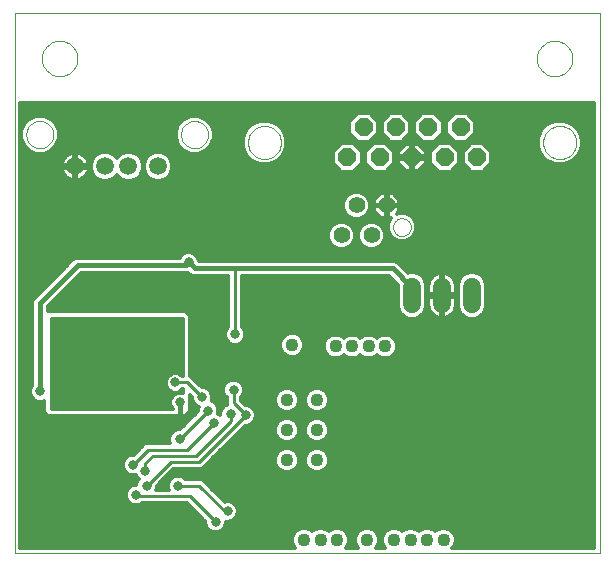
<source format=gbl>
G75*
G70*
%OFA0B0*%
%FSLAX24Y24*%
%IPPOS*%
%LPD*%
%AMOC8*
5,1,8,0,0,1.08239X$1,22.5*
%
%ADD10C,0.0000*%
%ADD11C,0.0436*%
%ADD12C,0.0554*%
%ADD13OC8,0.0600*%
%ADD14C,0.0594*%
%ADD15C,0.0594*%
%ADD16C,0.0160*%
%ADD17C,0.0318*%
%ADD18C,0.0120*%
%ADD19C,0.0100*%
D10*
X003579Y000900D02*
X003579Y018900D01*
X023079Y018900D01*
X023079Y000900D01*
X003579Y000900D01*
X016193Y011779D02*
X016195Y011813D01*
X016201Y011847D01*
X016211Y011880D01*
X016224Y011911D01*
X016242Y011941D01*
X016262Y011969D01*
X016286Y011994D01*
X016312Y012016D01*
X016340Y012034D01*
X016371Y012050D01*
X016403Y012062D01*
X016437Y012070D01*
X016471Y012074D01*
X016505Y012074D01*
X016539Y012070D01*
X016573Y012062D01*
X016605Y012050D01*
X016635Y012034D01*
X016664Y012016D01*
X016690Y011994D01*
X016714Y011969D01*
X016734Y011941D01*
X016752Y011911D01*
X016765Y011880D01*
X016775Y011847D01*
X016781Y011813D01*
X016783Y011779D01*
X016781Y011745D01*
X016775Y011711D01*
X016765Y011678D01*
X016752Y011647D01*
X016734Y011617D01*
X016714Y011589D01*
X016690Y011564D01*
X016664Y011542D01*
X016636Y011524D01*
X016605Y011508D01*
X016573Y011496D01*
X016539Y011488D01*
X016505Y011484D01*
X016471Y011484D01*
X016437Y011488D01*
X016403Y011496D01*
X016371Y011508D01*
X016340Y011524D01*
X016312Y011542D01*
X016286Y011564D01*
X016262Y011589D01*
X016242Y011617D01*
X016224Y011647D01*
X016211Y011678D01*
X016201Y011711D01*
X016195Y011745D01*
X016193Y011779D01*
X011357Y014600D02*
X011359Y014647D01*
X011365Y014693D01*
X011375Y014739D01*
X011388Y014784D01*
X011406Y014827D01*
X011427Y014869D01*
X011451Y014909D01*
X011479Y014946D01*
X011510Y014981D01*
X011544Y015014D01*
X011580Y015043D01*
X011619Y015069D01*
X011660Y015092D01*
X011703Y015111D01*
X011747Y015127D01*
X011792Y015139D01*
X011838Y015147D01*
X011885Y015151D01*
X011931Y015151D01*
X011978Y015147D01*
X012024Y015139D01*
X012069Y015127D01*
X012113Y015111D01*
X012156Y015092D01*
X012197Y015069D01*
X012236Y015043D01*
X012272Y015014D01*
X012306Y014981D01*
X012337Y014946D01*
X012365Y014909D01*
X012389Y014869D01*
X012410Y014827D01*
X012428Y014784D01*
X012441Y014739D01*
X012451Y014693D01*
X012457Y014647D01*
X012459Y014600D01*
X012457Y014553D01*
X012451Y014507D01*
X012441Y014461D01*
X012428Y014416D01*
X012410Y014373D01*
X012389Y014331D01*
X012365Y014291D01*
X012337Y014254D01*
X012306Y014219D01*
X012272Y014186D01*
X012236Y014157D01*
X012197Y014131D01*
X012156Y014108D01*
X012113Y014089D01*
X012069Y014073D01*
X012024Y014061D01*
X011978Y014053D01*
X011931Y014049D01*
X011885Y014049D01*
X011838Y014053D01*
X011792Y014061D01*
X011747Y014073D01*
X011703Y014089D01*
X011660Y014108D01*
X011619Y014131D01*
X011580Y014157D01*
X011544Y014186D01*
X011510Y014219D01*
X011479Y014254D01*
X011451Y014291D01*
X011427Y014331D01*
X011406Y014373D01*
X011388Y014416D01*
X011375Y014461D01*
X011365Y014507D01*
X011359Y014553D01*
X011357Y014600D01*
X009124Y014863D02*
X009126Y014905D01*
X009132Y014947D01*
X009142Y014989D01*
X009155Y015029D01*
X009173Y015068D01*
X009194Y015105D01*
X009218Y015139D01*
X009246Y015172D01*
X009276Y015202D01*
X009309Y015228D01*
X009344Y015252D01*
X009382Y015272D01*
X009421Y015288D01*
X009461Y015301D01*
X009503Y015310D01*
X009545Y015315D01*
X009588Y015316D01*
X009630Y015313D01*
X009672Y015306D01*
X009713Y015295D01*
X009753Y015280D01*
X009791Y015262D01*
X009828Y015240D01*
X009862Y015215D01*
X009894Y015187D01*
X009922Y015156D01*
X009948Y015122D01*
X009971Y015086D01*
X009990Y015049D01*
X010006Y015009D01*
X010018Y014968D01*
X010026Y014927D01*
X010030Y014884D01*
X010030Y014842D01*
X010026Y014799D01*
X010018Y014758D01*
X010006Y014717D01*
X009990Y014677D01*
X009971Y014640D01*
X009948Y014604D01*
X009922Y014570D01*
X009894Y014539D01*
X009862Y014511D01*
X009828Y014486D01*
X009791Y014464D01*
X009753Y014446D01*
X009713Y014431D01*
X009672Y014420D01*
X009630Y014413D01*
X009588Y014410D01*
X009545Y014411D01*
X009503Y014416D01*
X009461Y014425D01*
X009421Y014438D01*
X009382Y014454D01*
X009344Y014474D01*
X009309Y014498D01*
X009276Y014524D01*
X009246Y014554D01*
X009218Y014587D01*
X009194Y014621D01*
X009173Y014658D01*
X009155Y014697D01*
X009142Y014737D01*
X009132Y014779D01*
X009126Y014821D01*
X009124Y014863D01*
X004488Y017400D02*
X004490Y017448D01*
X004496Y017496D01*
X004506Y017543D01*
X004519Y017589D01*
X004537Y017634D01*
X004557Y017678D01*
X004582Y017720D01*
X004610Y017759D01*
X004640Y017796D01*
X004674Y017830D01*
X004711Y017862D01*
X004749Y017891D01*
X004790Y017916D01*
X004833Y017938D01*
X004878Y017956D01*
X004924Y017970D01*
X004971Y017981D01*
X005019Y017988D01*
X005067Y017991D01*
X005115Y017990D01*
X005163Y017985D01*
X005211Y017976D01*
X005257Y017964D01*
X005302Y017947D01*
X005346Y017927D01*
X005388Y017904D01*
X005428Y017877D01*
X005466Y017847D01*
X005501Y017814D01*
X005533Y017778D01*
X005563Y017740D01*
X005589Y017699D01*
X005611Y017656D01*
X005631Y017612D01*
X005646Y017567D01*
X005658Y017520D01*
X005666Y017472D01*
X005670Y017424D01*
X005670Y017376D01*
X005666Y017328D01*
X005658Y017280D01*
X005646Y017233D01*
X005631Y017188D01*
X005611Y017144D01*
X005589Y017101D01*
X005563Y017060D01*
X005533Y017022D01*
X005501Y016986D01*
X005466Y016953D01*
X005428Y016923D01*
X005388Y016896D01*
X005346Y016873D01*
X005302Y016853D01*
X005257Y016836D01*
X005211Y016824D01*
X005163Y016815D01*
X005115Y016810D01*
X005067Y016809D01*
X005019Y016812D01*
X004971Y016819D01*
X004924Y016830D01*
X004878Y016844D01*
X004833Y016862D01*
X004790Y016884D01*
X004749Y016909D01*
X004711Y016938D01*
X004674Y016970D01*
X004640Y017004D01*
X004610Y017041D01*
X004582Y017080D01*
X004557Y017122D01*
X004537Y017166D01*
X004519Y017211D01*
X004506Y017257D01*
X004496Y017304D01*
X004490Y017352D01*
X004488Y017400D01*
X003967Y014863D02*
X003969Y014905D01*
X003975Y014947D01*
X003985Y014989D01*
X003998Y015029D01*
X004016Y015068D01*
X004037Y015105D01*
X004061Y015139D01*
X004089Y015172D01*
X004119Y015202D01*
X004152Y015228D01*
X004187Y015252D01*
X004225Y015272D01*
X004264Y015288D01*
X004304Y015301D01*
X004346Y015310D01*
X004388Y015315D01*
X004431Y015316D01*
X004473Y015313D01*
X004515Y015306D01*
X004556Y015295D01*
X004596Y015280D01*
X004634Y015262D01*
X004671Y015240D01*
X004705Y015215D01*
X004737Y015187D01*
X004765Y015156D01*
X004791Y015122D01*
X004814Y015086D01*
X004833Y015049D01*
X004849Y015009D01*
X004861Y014968D01*
X004869Y014927D01*
X004873Y014884D01*
X004873Y014842D01*
X004869Y014799D01*
X004861Y014758D01*
X004849Y014717D01*
X004833Y014677D01*
X004814Y014640D01*
X004791Y014604D01*
X004765Y014570D01*
X004737Y014539D01*
X004705Y014511D01*
X004671Y014486D01*
X004634Y014464D01*
X004596Y014446D01*
X004556Y014431D01*
X004515Y014420D01*
X004473Y014413D01*
X004431Y014410D01*
X004388Y014411D01*
X004346Y014416D01*
X004304Y014425D01*
X004264Y014438D01*
X004225Y014454D01*
X004187Y014474D01*
X004152Y014498D01*
X004119Y014524D01*
X004089Y014554D01*
X004061Y014587D01*
X004037Y014621D01*
X004016Y014658D01*
X003998Y014697D01*
X003985Y014737D01*
X003975Y014779D01*
X003969Y014821D01*
X003967Y014863D01*
X021199Y014600D02*
X021201Y014647D01*
X021207Y014693D01*
X021217Y014739D01*
X021230Y014784D01*
X021248Y014827D01*
X021269Y014869D01*
X021293Y014909D01*
X021321Y014946D01*
X021352Y014981D01*
X021386Y015014D01*
X021422Y015043D01*
X021461Y015069D01*
X021502Y015092D01*
X021545Y015111D01*
X021589Y015127D01*
X021634Y015139D01*
X021680Y015147D01*
X021727Y015151D01*
X021773Y015151D01*
X021820Y015147D01*
X021866Y015139D01*
X021911Y015127D01*
X021955Y015111D01*
X021998Y015092D01*
X022039Y015069D01*
X022078Y015043D01*
X022114Y015014D01*
X022148Y014981D01*
X022179Y014946D01*
X022207Y014909D01*
X022231Y014869D01*
X022252Y014827D01*
X022270Y014784D01*
X022283Y014739D01*
X022293Y014693D01*
X022299Y014647D01*
X022301Y014600D01*
X022299Y014553D01*
X022293Y014507D01*
X022283Y014461D01*
X022270Y014416D01*
X022252Y014373D01*
X022231Y014331D01*
X022207Y014291D01*
X022179Y014254D01*
X022148Y014219D01*
X022114Y014186D01*
X022078Y014157D01*
X022039Y014131D01*
X021998Y014108D01*
X021955Y014089D01*
X021911Y014073D01*
X021866Y014061D01*
X021820Y014053D01*
X021773Y014049D01*
X021727Y014049D01*
X021680Y014053D01*
X021634Y014061D01*
X021589Y014073D01*
X021545Y014089D01*
X021502Y014108D01*
X021461Y014131D01*
X021422Y014157D01*
X021386Y014186D01*
X021352Y014219D01*
X021321Y014254D01*
X021293Y014291D01*
X021269Y014331D01*
X021248Y014373D01*
X021230Y014416D01*
X021217Y014461D01*
X021207Y014507D01*
X021201Y014553D01*
X021199Y014600D01*
X020988Y017400D02*
X020990Y017448D01*
X020996Y017496D01*
X021006Y017543D01*
X021019Y017589D01*
X021037Y017634D01*
X021057Y017678D01*
X021082Y017720D01*
X021110Y017759D01*
X021140Y017796D01*
X021174Y017830D01*
X021211Y017862D01*
X021249Y017891D01*
X021290Y017916D01*
X021333Y017938D01*
X021378Y017956D01*
X021424Y017970D01*
X021471Y017981D01*
X021519Y017988D01*
X021567Y017991D01*
X021615Y017990D01*
X021663Y017985D01*
X021711Y017976D01*
X021757Y017964D01*
X021802Y017947D01*
X021846Y017927D01*
X021888Y017904D01*
X021928Y017877D01*
X021966Y017847D01*
X022001Y017814D01*
X022033Y017778D01*
X022063Y017740D01*
X022089Y017699D01*
X022111Y017656D01*
X022131Y017612D01*
X022146Y017567D01*
X022158Y017520D01*
X022166Y017472D01*
X022170Y017424D01*
X022170Y017376D01*
X022166Y017328D01*
X022158Y017280D01*
X022146Y017233D01*
X022131Y017188D01*
X022111Y017144D01*
X022089Y017101D01*
X022063Y017060D01*
X022033Y017022D01*
X022001Y016986D01*
X021966Y016953D01*
X021928Y016923D01*
X021888Y016896D01*
X021846Y016873D01*
X021802Y016853D01*
X021757Y016836D01*
X021711Y016824D01*
X021663Y016815D01*
X021615Y016810D01*
X021567Y016809D01*
X021519Y016812D01*
X021471Y016819D01*
X021424Y016830D01*
X021378Y016844D01*
X021333Y016862D01*
X021290Y016884D01*
X021249Y016909D01*
X021211Y016938D01*
X021174Y016970D01*
X021140Y017004D01*
X021110Y017041D01*
X021082Y017080D01*
X021057Y017122D01*
X021037Y017166D01*
X021019Y017211D01*
X021006Y017257D01*
X020996Y017304D01*
X020990Y017352D01*
X020988Y017400D01*
D11*
X012829Y007850D03*
X014279Y007800D03*
X014829Y007800D03*
X015379Y007800D03*
X015929Y007800D03*
X013659Y006010D03*
X013659Y005010D03*
X013659Y004010D03*
X012659Y004010D03*
X012659Y005010D03*
X012659Y006010D03*
X013229Y001350D03*
X013779Y001350D03*
X014329Y001350D03*
X015329Y001350D03*
X016229Y001350D03*
X016779Y001350D03*
X017329Y001350D03*
X017879Y001350D03*
D12*
X015479Y011500D03*
X014479Y011500D03*
X014979Y012500D03*
X015979Y012500D03*
D13*
X015749Y014100D03*
X014669Y014100D03*
X015209Y015100D03*
X016289Y015100D03*
X017369Y015100D03*
X018449Y015100D03*
X018989Y014100D03*
X017909Y014100D03*
X016829Y014100D03*
D14*
X016829Y009797D02*
X016829Y009203D01*
X017829Y009203D02*
X017829Y009797D01*
X018829Y009797D02*
X018829Y009203D01*
D15*
X008357Y013800D03*
X007373Y013800D03*
X006585Y013800D03*
X005601Y013800D03*
D16*
X005679Y010500D02*
X009279Y010500D01*
X009379Y010600D01*
X009579Y010400D01*
X010879Y010400D01*
X016179Y010400D01*
X016829Y009750D01*
X016829Y009500D01*
X009079Y005950D02*
X009079Y005450D01*
X008629Y005000D01*
X008029Y005000D01*
X007579Y004550D01*
X007579Y004350D01*
X007529Y004300D01*
X004429Y006300D02*
X004429Y009250D01*
X005679Y010500D01*
D17*
X003979Y009350D03*
X006029Y008350D03*
X006029Y007900D03*
X006729Y007900D03*
X006729Y008350D03*
X006679Y007100D03*
X006679Y006650D03*
X006029Y006650D03*
X006029Y007100D03*
X004429Y006300D03*
X003879Y006300D03*
X004029Y005050D03*
X005379Y004450D03*
X005879Y005100D03*
X007529Y004300D03*
X007529Y003850D03*
X007929Y003650D03*
X007979Y003150D03*
X007629Y002850D03*
X009029Y003150D03*
X009579Y003600D03*
X009079Y004700D03*
X010029Y005650D03*
X010229Y005250D03*
X010779Y005550D03*
X011279Y005500D03*
X010879Y006350D03*
X010479Y006550D03*
X009829Y006100D03*
X009079Y005950D03*
X008929Y006600D03*
X008579Y007100D03*
X008579Y007550D03*
X008579Y008000D03*
X009929Y008300D03*
X010929Y008200D03*
X011779Y008050D03*
X014079Y009350D03*
X014979Y006600D03*
X014879Y003200D03*
X012629Y001350D03*
X010679Y002300D03*
X010279Y001950D03*
X010479Y001400D03*
X008829Y001400D03*
X006129Y002700D03*
X004229Y002800D03*
X003879Y001500D03*
X009379Y010600D03*
X010029Y013750D03*
X013529Y013850D03*
X017079Y013250D03*
X018829Y012700D03*
X019779Y011850D03*
X019779Y011450D03*
X019779Y011050D03*
X020179Y010600D03*
X020579Y010600D03*
X020979Y010600D03*
X019729Y008250D03*
X019929Y006450D03*
X022329Y008150D03*
X022579Y013500D03*
X020779Y002500D03*
X019279Y002550D03*
X022479Y001800D03*
X004729Y012450D03*
X004079Y013850D03*
D18*
X003759Y013817D02*
X005563Y013817D01*
X005563Y013838D02*
X005563Y013762D01*
X005639Y013762D01*
X005639Y013838D01*
X006057Y013838D01*
X006047Y013907D01*
X006024Y013975D01*
X005992Y014039D01*
X005949Y014098D01*
X005899Y014148D01*
X005840Y014191D01*
X005776Y014223D01*
X005708Y014246D01*
X005639Y014256D01*
X005639Y013838D01*
X005563Y013838D01*
X005145Y013838D01*
X005155Y013907D01*
X005178Y013975D01*
X005210Y014039D01*
X005253Y014098D01*
X005303Y014148D01*
X005362Y014191D01*
X005426Y014223D01*
X005494Y014246D01*
X005563Y014256D01*
X005563Y013838D01*
X005563Y013762D02*
X005145Y013762D01*
X005155Y013693D01*
X005178Y013625D01*
X005210Y013561D01*
X005253Y013502D01*
X005303Y013452D01*
X005362Y013409D01*
X005426Y013377D01*
X005494Y013354D01*
X005563Y013344D01*
X005563Y013762D01*
X005563Y013698D02*
X005639Y013698D01*
X005639Y013762D02*
X005639Y013344D01*
X005708Y013354D01*
X005776Y013377D01*
X005840Y013409D01*
X005899Y013452D01*
X005949Y013502D01*
X005992Y013561D01*
X006024Y013625D01*
X006047Y013693D01*
X006057Y013762D01*
X005639Y013762D01*
X005639Y013817D02*
X006108Y013817D01*
X006108Y013895D02*
X006108Y013705D01*
X006181Y013530D01*
X006315Y013396D01*
X006490Y013323D01*
X006680Y013323D01*
X006855Y013396D01*
X006979Y013519D01*
X007103Y013396D01*
X007278Y013323D01*
X007467Y013323D01*
X007643Y013396D01*
X007777Y013530D01*
X007849Y013705D01*
X007849Y013895D01*
X007777Y014070D01*
X007643Y014204D01*
X007467Y014277D01*
X007278Y014277D01*
X007103Y014204D01*
X006979Y014081D01*
X006855Y014204D01*
X006680Y014277D01*
X006490Y014277D01*
X006315Y014204D01*
X006181Y014070D01*
X006108Y013895D01*
X006125Y013935D02*
X006037Y013935D01*
X005981Y014054D02*
X006174Y014054D01*
X006283Y014172D02*
X005866Y014172D01*
X005639Y014172D02*
X005563Y014172D01*
X005563Y014054D02*
X005639Y014054D01*
X005639Y013935D02*
X005563Y013935D01*
X005563Y013580D02*
X005639Y013580D01*
X005639Y013461D02*
X005563Y013461D01*
X005294Y013461D02*
X003759Y013461D01*
X003759Y013343D02*
X006444Y013343D01*
X006250Y013461D02*
X005908Y013461D01*
X006001Y013580D02*
X006160Y013580D01*
X006111Y013698D02*
X006047Y013698D01*
X006727Y013343D02*
X007231Y013343D01*
X007037Y013461D02*
X006921Y013461D01*
X007514Y013343D02*
X008215Y013343D01*
X008262Y013323D02*
X008452Y013323D01*
X008627Y013396D01*
X008761Y013530D01*
X008834Y013705D01*
X008834Y013895D01*
X008761Y014070D01*
X008627Y014204D01*
X008452Y014277D01*
X008262Y014277D01*
X008087Y014204D01*
X007953Y014070D01*
X007880Y013895D01*
X007880Y013705D01*
X007953Y013530D01*
X008087Y013396D01*
X008262Y013323D01*
X008499Y013343D02*
X022899Y013343D01*
X022899Y013461D02*
X008692Y013461D01*
X008782Y013580D02*
X022899Y013580D01*
X022899Y013698D02*
X019266Y013698D01*
X019188Y013620D02*
X019469Y013901D01*
X019469Y014299D01*
X019188Y014580D01*
X018790Y014580D01*
X018509Y014299D01*
X018509Y013901D01*
X018790Y013620D01*
X019188Y013620D01*
X019384Y013817D02*
X022899Y013817D01*
X022899Y013935D02*
X022055Y013935D01*
X022164Y013980D02*
X022370Y014186D01*
X022481Y014455D01*
X022481Y014745D01*
X022370Y015014D01*
X022164Y015220D01*
X021896Y015331D01*
X021605Y015331D01*
X021336Y015220D01*
X021130Y015014D01*
X021019Y014745D01*
X021019Y014455D01*
X021130Y014186D01*
X021336Y013980D01*
X021605Y013869D01*
X021896Y013869D01*
X022164Y013980D01*
X022238Y014054D02*
X022899Y014054D01*
X022899Y014172D02*
X022356Y014172D01*
X022413Y014291D02*
X022899Y014291D01*
X022899Y014409D02*
X022463Y014409D01*
X022481Y014528D02*
X022899Y014528D01*
X022899Y014646D02*
X022481Y014646D01*
X022473Y014765D02*
X022899Y014765D01*
X022899Y014883D02*
X022424Y014883D01*
X022375Y015002D02*
X022899Y015002D01*
X022899Y015120D02*
X022264Y015120D01*
X022119Y015239D02*
X022899Y015239D01*
X022899Y015357D02*
X018871Y015357D01*
X018929Y015299D02*
X018648Y015580D01*
X018250Y015580D01*
X017969Y015299D01*
X017969Y014901D01*
X018250Y014620D01*
X018648Y014620D01*
X018929Y014901D01*
X018929Y015299D01*
X018929Y015239D02*
X021381Y015239D01*
X021236Y015120D02*
X018929Y015120D01*
X018929Y015002D02*
X021125Y015002D01*
X021076Y014883D02*
X018911Y014883D01*
X018792Y014765D02*
X021027Y014765D01*
X021019Y014646D02*
X018674Y014646D01*
X018738Y014528D02*
X018160Y014528D01*
X018108Y014580D02*
X017710Y014580D01*
X017429Y014299D01*
X017429Y013901D01*
X017710Y013620D01*
X018108Y013620D01*
X018389Y013901D01*
X018389Y014299D01*
X018108Y014580D01*
X018224Y014646D02*
X017594Y014646D01*
X017568Y014620D02*
X017849Y014901D01*
X017849Y015299D01*
X017568Y015580D01*
X017170Y015580D01*
X016889Y015299D01*
X016889Y014901D01*
X017170Y014620D01*
X017568Y014620D01*
X017658Y014528D02*
X017052Y014528D01*
X017019Y014560D02*
X016869Y014560D01*
X016869Y014140D01*
X017289Y014140D01*
X017289Y014291D01*
X017019Y014560D01*
X017144Y014646D02*
X016514Y014646D01*
X016488Y014620D02*
X016769Y014901D01*
X016769Y015299D01*
X016488Y015580D01*
X016090Y015580D01*
X015809Y015299D01*
X015809Y014901D01*
X016090Y014620D01*
X016488Y014620D01*
X016606Y014528D02*
X016000Y014528D01*
X015948Y014580D02*
X015550Y014580D01*
X015269Y014299D01*
X015269Y013901D01*
X015550Y013620D01*
X015948Y013620D01*
X016229Y013901D01*
X016229Y014299D01*
X015948Y014580D01*
X016064Y014646D02*
X015434Y014646D01*
X015408Y014620D02*
X015689Y014901D01*
X015689Y015299D01*
X015408Y015580D01*
X015010Y015580D01*
X014729Y015299D01*
X014729Y014901D01*
X015010Y014620D01*
X015408Y014620D01*
X015498Y014528D02*
X014920Y014528D01*
X014868Y014580D02*
X014470Y014580D01*
X014189Y014299D01*
X014189Y013901D01*
X014470Y013620D01*
X014868Y013620D01*
X015149Y013901D01*
X015149Y014299D01*
X014868Y014580D01*
X014984Y014646D02*
X012639Y014646D01*
X012639Y014745D02*
X012528Y015014D01*
X012322Y015220D01*
X012053Y015331D01*
X011762Y015331D01*
X011494Y015220D01*
X011288Y015014D01*
X011177Y014745D01*
X011177Y014455D01*
X011288Y014186D01*
X011494Y013980D01*
X011762Y013869D01*
X012053Y013869D01*
X012322Y013980D01*
X012528Y014186D01*
X012639Y014455D01*
X012639Y014745D01*
X012631Y014765D02*
X014866Y014765D01*
X014747Y014883D02*
X012582Y014883D01*
X012533Y015002D02*
X014729Y015002D01*
X014729Y015120D02*
X012422Y015120D01*
X012277Y015239D02*
X014729Y015239D01*
X014787Y015357D02*
X009978Y015357D01*
X009936Y015399D02*
X009703Y015496D01*
X009452Y015496D01*
X009219Y015399D01*
X009041Y015221D01*
X008945Y014989D01*
X008945Y014737D01*
X009041Y014505D01*
X009219Y014327D01*
X009452Y014230D01*
X009703Y014230D01*
X009936Y014327D01*
X010114Y014505D01*
X010210Y014737D01*
X010210Y014989D01*
X010114Y015221D01*
X009936Y015399D01*
X009752Y015476D02*
X014906Y015476D01*
X015512Y015476D02*
X015986Y015476D01*
X015867Y015357D02*
X015631Y015357D01*
X015689Y015239D02*
X015809Y015239D01*
X015809Y015120D02*
X015689Y015120D01*
X015689Y015002D02*
X015809Y015002D01*
X015827Y014883D02*
X015671Y014883D01*
X015552Y014765D02*
X015946Y014765D01*
X016119Y014409D02*
X016487Y014409D01*
X016369Y014291D02*
X016369Y014140D01*
X016789Y014140D01*
X016789Y014560D01*
X016638Y014560D01*
X016369Y014291D01*
X016229Y014291D01*
X016229Y014172D02*
X016369Y014172D01*
X016369Y014060D02*
X016369Y013909D01*
X016638Y013640D01*
X016789Y013640D01*
X016789Y014060D01*
X016869Y014060D01*
X016869Y014140D01*
X016789Y014140D01*
X016789Y014060D01*
X016369Y014060D01*
X016369Y014054D02*
X016229Y014054D01*
X016229Y013935D02*
X016369Y013935D01*
X016462Y013817D02*
X016144Y013817D01*
X016026Y013698D02*
X016580Y013698D01*
X016789Y013698D02*
X016869Y013698D01*
X016869Y013640D02*
X017019Y013640D01*
X017289Y013909D01*
X017289Y014060D01*
X016869Y014060D01*
X016869Y013640D01*
X016869Y013817D02*
X016789Y013817D01*
X016789Y013935D02*
X016869Y013935D01*
X016869Y014054D02*
X016789Y014054D01*
X016789Y014172D02*
X016869Y014172D01*
X016869Y014291D02*
X016789Y014291D01*
X016789Y014409D02*
X016869Y014409D01*
X016869Y014528D02*
X016789Y014528D01*
X016632Y014765D02*
X017026Y014765D01*
X016907Y014883D02*
X016751Y014883D01*
X016769Y015002D02*
X016889Y015002D01*
X016889Y015120D02*
X016769Y015120D01*
X016769Y015239D02*
X016889Y015239D01*
X016947Y015357D02*
X016711Y015357D01*
X016592Y015476D02*
X017066Y015476D01*
X017672Y015476D02*
X018146Y015476D01*
X018027Y015357D02*
X017791Y015357D01*
X017849Y015239D02*
X017969Y015239D01*
X017969Y015120D02*
X017849Y015120D01*
X017849Y015002D02*
X017969Y015002D01*
X017987Y014883D02*
X017831Y014883D01*
X017712Y014765D02*
X018106Y014765D01*
X018279Y014409D02*
X018619Y014409D01*
X018509Y014291D02*
X018389Y014291D01*
X018389Y014172D02*
X018509Y014172D01*
X018509Y014054D02*
X018389Y014054D01*
X018389Y013935D02*
X018509Y013935D01*
X018594Y013817D02*
X018304Y013817D01*
X018186Y013698D02*
X018712Y013698D01*
X019469Y013935D02*
X021445Y013935D01*
X021263Y014054D02*
X019469Y014054D01*
X019469Y014172D02*
X021144Y014172D01*
X021087Y014291D02*
X019469Y014291D01*
X019359Y014409D02*
X021038Y014409D01*
X021019Y014528D02*
X019240Y014528D01*
X018752Y015476D02*
X022899Y015476D01*
X022899Y015594D02*
X003759Y015594D01*
X003759Y015476D02*
X004245Y015476D01*
X004294Y015496D02*
X004061Y015399D01*
X003883Y015221D01*
X003787Y014989D01*
X003787Y014737D01*
X003883Y014505D01*
X004061Y014327D01*
X004294Y014230D01*
X004546Y014230D01*
X004778Y014327D01*
X004956Y014505D01*
X005053Y014737D01*
X005053Y014989D01*
X004956Y015221D01*
X004778Y015399D01*
X004546Y015496D01*
X004294Y015496D01*
X004019Y015357D02*
X003759Y015357D01*
X003759Y015239D02*
X003901Y015239D01*
X003841Y015120D02*
X003759Y015120D01*
X003759Y015002D02*
X003792Y015002D01*
X003787Y014883D02*
X003759Y014883D01*
X003759Y014765D02*
X003787Y014765D01*
X003759Y014646D02*
X003825Y014646D01*
X003874Y014528D02*
X003759Y014528D01*
X003759Y014409D02*
X003979Y014409D01*
X004148Y014291D02*
X003759Y014291D01*
X003759Y014172D02*
X005336Y014172D01*
X005220Y014054D02*
X003759Y014054D01*
X003759Y013935D02*
X005165Y013935D01*
X005155Y013698D02*
X003759Y013698D01*
X003759Y013580D02*
X005201Y013580D01*
X004691Y014291D02*
X009306Y014291D01*
X009136Y014409D02*
X004861Y014409D01*
X004966Y014528D02*
X009031Y014528D01*
X008982Y014646D02*
X005015Y014646D01*
X005053Y014765D02*
X008945Y014765D01*
X008945Y014883D02*
X005053Y014883D01*
X005047Y015002D02*
X008950Y015002D01*
X008999Y015120D02*
X004998Y015120D01*
X004939Y015239D02*
X009058Y015239D01*
X009177Y015357D02*
X004821Y015357D01*
X004595Y015476D02*
X009403Y015476D01*
X010097Y015239D02*
X011539Y015239D01*
X011394Y015120D02*
X010156Y015120D01*
X010205Y015002D02*
X011283Y015002D01*
X011233Y014883D02*
X010210Y014883D01*
X010210Y014765D02*
X011184Y014765D01*
X011177Y014646D02*
X010172Y014646D01*
X010123Y014528D02*
X011177Y014528D01*
X011195Y014409D02*
X010018Y014409D01*
X009849Y014291D02*
X011244Y014291D01*
X011302Y014172D02*
X008659Y014172D01*
X008768Y014054D02*
X011420Y014054D01*
X011602Y013935D02*
X008817Y013935D01*
X008834Y013817D02*
X014274Y013817D01*
X014189Y013935D02*
X012213Y013935D01*
X012395Y014054D02*
X014189Y014054D01*
X014189Y014172D02*
X012514Y014172D01*
X012571Y014291D02*
X014189Y014291D01*
X014299Y014409D02*
X012620Y014409D01*
X012639Y014528D02*
X014418Y014528D01*
X015039Y014409D02*
X015379Y014409D01*
X015269Y014291D02*
X015149Y014291D01*
X015149Y014172D02*
X015269Y014172D01*
X015269Y014054D02*
X015149Y014054D01*
X015149Y013935D02*
X015269Y013935D01*
X015354Y013817D02*
X015064Y013817D01*
X014946Y013698D02*
X015472Y013698D01*
X015070Y012957D02*
X014888Y012957D01*
X014720Y012888D01*
X014591Y012759D01*
X014522Y012591D01*
X014522Y012409D01*
X014591Y012241D01*
X014720Y012112D01*
X014888Y012043D01*
X015070Y012043D01*
X015238Y012112D01*
X015367Y012241D01*
X015436Y012409D01*
X015436Y012591D01*
X015367Y012759D01*
X015238Y012888D01*
X015070Y012957D01*
X015257Y012869D02*
X015742Y012869D01*
X015750Y012874D02*
X015694Y012833D01*
X015645Y012785D01*
X015605Y012729D01*
X015574Y012668D01*
X015553Y012602D01*
X015542Y012534D01*
X015542Y012529D01*
X015950Y012529D01*
X015950Y012937D01*
X015945Y012937D01*
X015877Y012926D01*
X015811Y012905D01*
X015750Y012874D01*
X015620Y012750D02*
X015370Y012750D01*
X015419Y012632D02*
X015562Y012632D01*
X015542Y012471D02*
X015542Y012466D01*
X015553Y012398D01*
X015574Y012332D01*
X015605Y012271D01*
X015645Y012215D01*
X015694Y012167D01*
X015750Y012126D01*
X015811Y012095D01*
X015877Y012074D01*
X015945Y012063D01*
X015950Y012063D01*
X015950Y012471D01*
X016008Y012471D01*
X016008Y012529D01*
X016416Y012529D01*
X016416Y012534D01*
X016405Y012602D01*
X016384Y012668D01*
X016353Y012729D01*
X016312Y012785D01*
X016264Y012833D01*
X016208Y012874D01*
X016147Y012905D01*
X016081Y012926D01*
X016013Y012937D01*
X016008Y012937D01*
X016008Y012529D01*
X015950Y012529D01*
X015950Y012471D01*
X015542Y012471D01*
X015554Y012395D02*
X015430Y012395D01*
X015436Y012513D02*
X015950Y012513D01*
X016008Y012513D02*
X022899Y012513D01*
X022899Y012395D02*
X016404Y012395D01*
X016405Y012398D02*
X016416Y012466D01*
X016416Y012471D01*
X016008Y012471D01*
X016008Y012063D01*
X016013Y012063D01*
X016081Y012074D01*
X016125Y012088D01*
X016085Y012048D01*
X016013Y011873D01*
X016013Y011684D01*
X016085Y011510D01*
X016219Y011376D01*
X016394Y011303D01*
X016583Y011303D01*
X016758Y011376D01*
X016891Y011510D01*
X016964Y011684D01*
X016964Y011873D01*
X016891Y012048D01*
X016758Y012182D01*
X016583Y012254D01*
X016394Y012254D01*
X016318Y012223D01*
X016353Y012271D01*
X016384Y012332D01*
X016405Y012398D01*
X016355Y012276D02*
X022899Y012276D01*
X022899Y012158D02*
X016782Y012158D01*
X016895Y012039D02*
X022899Y012039D01*
X022899Y011921D02*
X016944Y011921D01*
X016964Y011802D02*
X022899Y011802D01*
X022899Y011684D02*
X016963Y011684D01*
X016914Y011565D02*
X022899Y011565D01*
X022899Y011447D02*
X016828Y011447D01*
X016642Y011328D02*
X022899Y011328D01*
X022899Y011210D02*
X015835Y011210D01*
X015867Y011241D02*
X015936Y011409D01*
X015936Y011591D01*
X015867Y011759D01*
X015738Y011888D01*
X015570Y011957D01*
X015388Y011957D01*
X015220Y011888D01*
X015091Y011759D01*
X015022Y011591D01*
X015022Y011409D01*
X015091Y011241D01*
X015220Y011112D01*
X015388Y011043D01*
X015570Y011043D01*
X015738Y011112D01*
X015867Y011241D01*
X015903Y011328D02*
X016334Y011328D01*
X016148Y011447D02*
X015936Y011447D01*
X015936Y011565D02*
X016062Y011565D01*
X016013Y011684D02*
X015898Y011684D01*
X015823Y011802D02*
X016013Y011802D01*
X016033Y011921D02*
X015658Y011921D01*
X015707Y012158D02*
X015283Y012158D01*
X015381Y012276D02*
X015602Y012276D01*
X015950Y012276D02*
X016008Y012276D01*
X016008Y012158D02*
X015950Y012158D01*
X016082Y012039D02*
X003759Y012039D01*
X003759Y011921D02*
X014300Y011921D01*
X014220Y011888D02*
X014091Y011759D01*
X014022Y011591D01*
X014022Y011409D01*
X014091Y011241D01*
X014220Y011112D01*
X014388Y011043D01*
X014570Y011043D01*
X014738Y011112D01*
X014867Y011241D01*
X014936Y011409D01*
X014936Y011591D01*
X014867Y011759D01*
X014738Y011888D01*
X014570Y011957D01*
X014388Y011957D01*
X014220Y011888D01*
X014134Y011802D02*
X003759Y011802D01*
X003759Y011684D02*
X014060Y011684D01*
X014022Y011565D02*
X003759Y011565D01*
X003759Y011447D02*
X014022Y011447D01*
X014055Y011328D02*
X003759Y011328D01*
X003759Y011210D02*
X014123Y011210D01*
X014272Y011091D02*
X003759Y011091D01*
X003759Y010973D02*
X022899Y010973D01*
X022899Y011091D02*
X015686Y011091D01*
X015272Y011091D02*
X014686Y011091D01*
X014835Y011210D02*
X015123Y011210D01*
X015055Y011328D02*
X014903Y011328D01*
X014936Y011447D02*
X015022Y011447D01*
X015022Y011565D02*
X014936Y011565D01*
X014898Y011684D02*
X015060Y011684D01*
X015134Y011802D02*
X014823Y011802D01*
X014658Y011921D02*
X015300Y011921D01*
X014675Y012158D02*
X003759Y012158D01*
X003759Y012276D02*
X014577Y012276D01*
X014528Y012395D02*
X003759Y012395D01*
X003759Y012513D02*
X014522Y012513D01*
X014539Y012632D02*
X003759Y012632D01*
X003759Y012750D02*
X014588Y012750D01*
X014701Y012869D02*
X003759Y012869D01*
X003759Y012987D02*
X022899Y012987D01*
X022899Y012869D02*
X016215Y012869D01*
X016338Y012750D02*
X022899Y012750D01*
X022899Y012632D02*
X016396Y012632D01*
X016008Y012632D02*
X015950Y012632D01*
X015950Y012750D02*
X016008Y012750D01*
X016008Y012869D02*
X015950Y012869D01*
X015950Y012395D02*
X016008Y012395D01*
X017078Y013698D02*
X017632Y013698D01*
X017514Y013817D02*
X017196Y013817D01*
X017289Y013935D02*
X017429Y013935D01*
X017429Y014054D02*
X017289Y014054D01*
X017289Y014172D02*
X017429Y014172D01*
X017429Y014291D02*
X017289Y014291D01*
X017170Y014409D02*
X017539Y014409D01*
X014392Y013698D02*
X008831Y013698D01*
X008022Y013461D02*
X007708Y013461D01*
X007797Y013580D02*
X007932Y013580D01*
X007883Y013698D02*
X007847Y013698D01*
X007849Y013817D02*
X007880Y013817D01*
X007897Y013935D02*
X007833Y013935D01*
X007784Y014054D02*
X007946Y014054D01*
X008055Y014172D02*
X007675Y014172D01*
X007070Y014172D02*
X006888Y014172D01*
X003759Y013224D02*
X022899Y013224D01*
X022899Y013106D02*
X003759Y013106D01*
X003759Y010854D02*
X009153Y010854D01*
X009187Y010887D02*
X009092Y010792D01*
X009078Y010760D01*
X005627Y010760D01*
X005532Y010720D01*
X005459Y010647D01*
X004209Y009397D01*
X004169Y009302D01*
X004169Y006519D01*
X004142Y006492D01*
X004090Y006367D01*
X004090Y006233D01*
X004142Y006108D01*
X004237Y006013D01*
X004362Y005961D01*
X004496Y005961D01*
X004549Y005983D01*
X004549Y005605D01*
X004684Y005470D01*
X009274Y005470D01*
X009409Y005605D01*
X009409Y006195D01*
X009490Y006114D01*
X009490Y006033D01*
X009542Y005908D01*
X009637Y005813D01*
X009716Y005780D01*
X009690Y005717D01*
X009690Y005636D01*
X009093Y005039D01*
X009012Y005039D01*
X008887Y004987D01*
X008792Y004892D01*
X008740Y004767D01*
X008740Y004633D01*
X008762Y004580D01*
X007934Y004580D01*
X007799Y004445D01*
X007543Y004189D01*
X007462Y004189D01*
X007337Y004137D01*
X007242Y004042D01*
X007190Y003917D01*
X007190Y003783D01*
X007242Y003658D01*
X007337Y003563D01*
X007462Y003511D01*
X007596Y003511D01*
X007616Y003519D01*
X007642Y003458D01*
X007724Y003375D01*
X007692Y003342D01*
X007640Y003217D01*
X007640Y003189D01*
X007562Y003189D01*
X007437Y003137D01*
X007342Y003042D01*
X007290Y002917D01*
X007290Y002783D01*
X007342Y002658D01*
X007437Y002563D01*
X007562Y002511D01*
X007696Y002511D01*
X007821Y002563D01*
X007828Y002570D01*
X009334Y002570D01*
X009940Y001964D01*
X009940Y001883D01*
X009992Y001758D01*
X010087Y001663D01*
X010212Y001611D01*
X010346Y001611D01*
X010471Y001663D01*
X010566Y001758D01*
X010618Y001883D01*
X010618Y001961D01*
X010746Y001961D01*
X010871Y002013D01*
X010966Y002108D01*
X011018Y002233D01*
X011018Y002367D01*
X010966Y002492D01*
X010871Y002587D01*
X010746Y002639D01*
X010612Y002639D01*
X010579Y002625D01*
X009824Y003380D01*
X009278Y003380D01*
X009221Y003437D01*
X009096Y003489D01*
X008962Y003489D01*
X008837Y003437D01*
X008742Y003342D01*
X008690Y003217D01*
X008690Y003083D01*
X008712Y003030D01*
X008296Y003030D01*
X008318Y003083D01*
X008318Y003164D01*
X008874Y003720D01*
X009824Y003720D01*
X011265Y005161D01*
X011346Y005161D01*
X011471Y005213D01*
X011566Y005308D01*
X011618Y005433D01*
X011618Y005567D01*
X011566Y005692D01*
X011471Y005787D01*
X011346Y005839D01*
X011265Y005839D01*
X011109Y005995D01*
X011109Y006101D01*
X011166Y006158D01*
X011218Y006283D01*
X011218Y006417D01*
X011166Y006542D01*
X011071Y006637D01*
X010946Y006689D01*
X010812Y006689D01*
X010687Y006637D01*
X010592Y006542D01*
X010540Y006417D01*
X010540Y006283D01*
X010592Y006158D01*
X010649Y006101D01*
X010649Y005863D01*
X010587Y005837D01*
X010492Y005742D01*
X010440Y005617D01*
X010440Y005519D01*
X010421Y005537D01*
X010360Y005563D01*
X010368Y005583D01*
X010368Y005717D01*
X010316Y005842D01*
X010221Y005937D01*
X010142Y005970D01*
X010168Y006033D01*
X010168Y006167D01*
X010116Y006292D01*
X010021Y006387D01*
X009896Y006439D01*
X009815Y006439D01*
X009424Y006830D01*
X009409Y006830D01*
X009409Y008845D01*
X009274Y008980D01*
X004689Y008980D01*
X004689Y009142D01*
X005787Y010240D01*
X009331Y010240D01*
X009359Y010252D01*
X009432Y010180D01*
X009527Y010140D01*
X010699Y010140D01*
X010699Y008449D01*
X010642Y008392D01*
X010590Y008267D01*
X010590Y008133D01*
X010642Y008008D01*
X010737Y007913D01*
X010862Y007861D01*
X010996Y007861D01*
X011121Y007913D01*
X011216Y008008D01*
X011268Y008133D01*
X011268Y008267D01*
X011216Y008392D01*
X011159Y008449D01*
X011159Y010140D01*
X016071Y010140D01*
X016352Y009859D01*
X016352Y009108D01*
X016425Y008933D01*
X016559Y008799D01*
X016734Y008726D01*
X016924Y008726D01*
X017099Y008799D01*
X017233Y008933D01*
X017306Y009108D01*
X017306Y009892D01*
X017233Y010067D01*
X017099Y010201D01*
X016924Y010274D01*
X016734Y010274D01*
X016691Y010256D01*
X016399Y010547D01*
X016326Y010620D01*
X016231Y010660D01*
X009718Y010660D01*
X009718Y010667D01*
X009666Y010792D01*
X009571Y010887D01*
X009446Y010939D01*
X009312Y010939D01*
X009187Y010887D01*
X009604Y010854D02*
X022899Y010854D01*
X022899Y010736D02*
X009690Y010736D01*
X009520Y010143D02*
X005690Y010143D01*
X005571Y010025D02*
X010699Y010025D01*
X010699Y009906D02*
X005453Y009906D01*
X005334Y009788D02*
X010699Y009788D01*
X010699Y009669D02*
X005216Y009669D01*
X005097Y009551D02*
X010699Y009551D01*
X010699Y009432D02*
X004979Y009432D01*
X004860Y009314D02*
X010699Y009314D01*
X010699Y009195D02*
X004742Y009195D01*
X004689Y009077D02*
X010699Y009077D01*
X010699Y008958D02*
X009296Y008958D01*
X009409Y008840D02*
X010699Y008840D01*
X010699Y008721D02*
X009409Y008721D01*
X009409Y008603D02*
X010699Y008603D01*
X010699Y008484D02*
X009409Y008484D01*
X009409Y008366D02*
X010631Y008366D01*
X010590Y008247D02*
X009409Y008247D01*
X009409Y008129D02*
X010592Y008129D01*
X010641Y008010D02*
X009409Y008010D01*
X009409Y007892D02*
X010788Y007892D01*
X011070Y007892D02*
X012431Y007892D01*
X012431Y007929D02*
X012431Y007771D01*
X012491Y007624D01*
X012603Y007512D01*
X012750Y007452D01*
X012908Y007452D01*
X013054Y007512D01*
X013166Y007624D01*
X013227Y007771D01*
X013227Y007929D01*
X013166Y008076D01*
X013054Y008188D01*
X012908Y008248D01*
X012750Y008248D01*
X012603Y008188D01*
X012491Y008076D01*
X012431Y007929D01*
X012464Y008010D02*
X011217Y008010D01*
X011266Y008129D02*
X012544Y008129D01*
X012747Y008247D02*
X011268Y008247D01*
X011227Y008366D02*
X022899Y008366D01*
X022899Y008484D02*
X011159Y008484D01*
X011159Y008603D02*
X022899Y008603D01*
X022899Y008721D02*
X011159Y008721D01*
X011159Y008840D02*
X016518Y008840D01*
X016414Y008958D02*
X011159Y008958D01*
X011159Y009077D02*
X016365Y009077D01*
X016352Y009195D02*
X011159Y009195D01*
X011159Y009314D02*
X016352Y009314D01*
X016352Y009432D02*
X011159Y009432D01*
X011159Y009551D02*
X016352Y009551D01*
X016352Y009669D02*
X011159Y009669D01*
X011159Y009788D02*
X016352Y009788D01*
X016305Y009906D02*
X011159Y009906D01*
X011159Y010025D02*
X016187Y010025D01*
X016567Y010380D02*
X022899Y010380D01*
X022899Y010262D02*
X018953Y010262D01*
X018924Y010274D02*
X019099Y010201D01*
X019233Y010067D01*
X019306Y009892D01*
X019306Y009108D01*
X019233Y008933D01*
X019099Y008799D01*
X018924Y008726D01*
X018734Y008726D01*
X018559Y008799D01*
X018425Y008933D01*
X018352Y009108D01*
X018352Y009892D01*
X018425Y010067D01*
X018559Y010201D01*
X018734Y010274D01*
X018924Y010274D01*
X018705Y010262D02*
X016953Y010262D01*
X017157Y010143D02*
X017529Y010143D01*
X017531Y010145D02*
X017480Y010094D01*
X017438Y010036D01*
X017406Y009972D01*
X017383Y009904D01*
X017372Y009833D01*
X017372Y009538D01*
X017791Y009538D01*
X017791Y009462D01*
X017372Y009462D01*
X017372Y009167D01*
X017383Y009096D01*
X017406Y009028D01*
X017438Y008964D01*
X017480Y008906D01*
X017531Y008855D01*
X017590Y008812D01*
X017654Y008780D01*
X017722Y008758D01*
X017791Y008747D01*
X017791Y009462D01*
X017867Y009462D01*
X017867Y008747D01*
X017936Y008758D01*
X018004Y008780D01*
X018068Y008812D01*
X018127Y008855D01*
X018177Y008906D01*
X018220Y008964D01*
X018252Y009028D01*
X018275Y009096D01*
X018286Y009167D01*
X018286Y009462D01*
X017867Y009462D01*
X017867Y009538D01*
X018286Y009538D01*
X018286Y009833D01*
X018275Y009904D01*
X018252Y009972D01*
X018220Y010036D01*
X018177Y010094D01*
X018127Y010145D01*
X018068Y010188D01*
X018004Y010220D01*
X017936Y010242D01*
X017867Y010253D01*
X017867Y009538D01*
X017791Y009538D01*
X017791Y010253D01*
X017722Y010242D01*
X017654Y010220D01*
X017590Y010188D01*
X017531Y010145D01*
X017432Y010025D02*
X017251Y010025D01*
X017300Y009906D02*
X017384Y009906D01*
X017372Y009788D02*
X017306Y009788D01*
X017306Y009669D02*
X017372Y009669D01*
X017372Y009551D02*
X017306Y009551D01*
X017306Y009432D02*
X017372Y009432D01*
X017372Y009314D02*
X017306Y009314D01*
X017306Y009195D02*
X017372Y009195D01*
X017390Y009077D02*
X017293Y009077D01*
X017244Y008958D02*
X017442Y008958D01*
X017552Y008840D02*
X017140Y008840D01*
X017791Y008840D02*
X017867Y008840D01*
X017867Y008958D02*
X017791Y008958D01*
X017791Y009077D02*
X017867Y009077D01*
X017867Y009195D02*
X017791Y009195D01*
X017791Y009314D02*
X017867Y009314D01*
X017867Y009432D02*
X017791Y009432D01*
X017791Y009551D02*
X017867Y009551D01*
X017867Y009669D02*
X017791Y009669D01*
X017791Y009788D02*
X017867Y009788D01*
X017867Y009906D02*
X017791Y009906D01*
X017791Y010025D02*
X017867Y010025D01*
X017867Y010143D02*
X017791Y010143D01*
X018129Y010143D02*
X018501Y010143D01*
X018407Y010025D02*
X018226Y010025D01*
X018274Y009906D02*
X018358Y009906D01*
X018352Y009788D02*
X018286Y009788D01*
X018286Y009669D02*
X018352Y009669D01*
X018352Y009551D02*
X018286Y009551D01*
X018286Y009432D02*
X018352Y009432D01*
X018352Y009314D02*
X018286Y009314D01*
X018286Y009195D02*
X018352Y009195D01*
X018365Y009077D02*
X018268Y009077D01*
X018216Y008958D02*
X018414Y008958D01*
X018518Y008840D02*
X018106Y008840D01*
X019140Y008840D02*
X022899Y008840D01*
X022899Y008958D02*
X019244Y008958D01*
X019293Y009077D02*
X022899Y009077D01*
X022899Y009195D02*
X019306Y009195D01*
X019306Y009314D02*
X022899Y009314D01*
X022899Y009432D02*
X019306Y009432D01*
X019306Y009551D02*
X022899Y009551D01*
X022899Y009669D02*
X019306Y009669D01*
X019306Y009788D02*
X022899Y009788D01*
X022899Y009906D02*
X019300Y009906D01*
X019251Y010025D02*
X022899Y010025D01*
X022899Y010143D02*
X019157Y010143D01*
X016705Y010262D02*
X016685Y010262D01*
X016448Y010499D02*
X022899Y010499D01*
X022899Y010617D02*
X016330Y010617D01*
X016008Y008198D02*
X015850Y008198D01*
X015703Y008138D01*
X015654Y008088D01*
X015604Y008138D01*
X015458Y008198D01*
X015300Y008198D01*
X015153Y008138D01*
X015104Y008088D01*
X015054Y008138D01*
X014908Y008198D01*
X014750Y008198D01*
X014603Y008138D01*
X014554Y008088D01*
X014504Y008138D01*
X014358Y008198D01*
X014200Y008198D01*
X014053Y008138D01*
X013941Y008026D01*
X013881Y007879D01*
X013881Y007721D01*
X013941Y007574D01*
X014053Y007462D01*
X014200Y007402D01*
X014358Y007402D01*
X014504Y007462D01*
X014554Y007512D01*
X014603Y007462D01*
X014750Y007402D01*
X014908Y007402D01*
X015054Y007462D01*
X015104Y007512D01*
X015153Y007462D01*
X015300Y007402D01*
X015458Y007402D01*
X015604Y007462D01*
X015654Y007512D01*
X015703Y007462D01*
X015850Y007402D01*
X016008Y007402D01*
X016154Y007462D01*
X016266Y007574D01*
X016327Y007721D01*
X016327Y007879D01*
X016266Y008026D01*
X016154Y008138D01*
X016008Y008198D01*
X016163Y008129D02*
X022899Y008129D01*
X022899Y008247D02*
X012911Y008247D01*
X013113Y008129D02*
X014044Y008129D01*
X013935Y008010D02*
X013194Y008010D01*
X013227Y007892D02*
X013886Y007892D01*
X013881Y007773D02*
X013227Y007773D01*
X013179Y007655D02*
X013908Y007655D01*
X013980Y007536D02*
X013078Y007536D01*
X012580Y007536D02*
X009409Y007536D01*
X009409Y007418D02*
X014162Y007418D01*
X014396Y007418D02*
X014712Y007418D01*
X014946Y007418D02*
X015262Y007418D01*
X015496Y007418D02*
X015812Y007418D01*
X016046Y007418D02*
X022899Y007418D01*
X022899Y007536D02*
X016228Y007536D01*
X016300Y007655D02*
X022899Y007655D01*
X022899Y007773D02*
X016327Y007773D01*
X016322Y007892D02*
X022899Y007892D01*
X022899Y008010D02*
X016273Y008010D01*
X015694Y008129D02*
X015613Y008129D01*
X015144Y008129D02*
X015063Y008129D01*
X014594Y008129D02*
X014513Y008129D01*
X013738Y006408D02*
X013580Y006408D01*
X013433Y006348D01*
X013321Y006236D01*
X013261Y006089D01*
X013261Y005931D01*
X013321Y005784D01*
X013433Y005672D01*
X013580Y005612D01*
X013738Y005612D01*
X013884Y005672D01*
X013996Y005784D01*
X014057Y005931D01*
X014057Y006089D01*
X013996Y006236D01*
X013884Y006348D01*
X013738Y006408D01*
X013876Y006351D02*
X022899Y006351D01*
X022899Y006233D02*
X013998Y006233D01*
X014047Y006114D02*
X022899Y006114D01*
X022899Y005996D02*
X014057Y005996D01*
X014035Y005877D02*
X022899Y005877D01*
X022899Y005759D02*
X013970Y005759D01*
X013806Y005640D02*
X022899Y005640D01*
X022899Y005522D02*
X011618Y005522D01*
X011606Y005403D02*
X012567Y005403D01*
X012580Y005408D02*
X012433Y005348D01*
X012321Y005236D01*
X012261Y005089D01*
X012261Y004931D01*
X012321Y004784D01*
X012433Y004672D01*
X012580Y004612D01*
X012738Y004612D01*
X012884Y004672D01*
X012996Y004784D01*
X013057Y004931D01*
X013057Y005089D01*
X012996Y005236D01*
X012884Y005348D01*
X012738Y005408D01*
X012580Y005408D01*
X012750Y005403D02*
X013567Y005403D01*
X013580Y005408D02*
X013433Y005348D01*
X013321Y005236D01*
X013261Y005089D01*
X013261Y004931D01*
X013321Y004784D01*
X013433Y004672D01*
X013580Y004612D01*
X013738Y004612D01*
X013884Y004672D01*
X013996Y004784D01*
X014057Y004931D01*
X014057Y005089D01*
X013996Y005236D01*
X013884Y005348D01*
X013738Y005408D01*
X013580Y005408D01*
X013750Y005403D02*
X022899Y005403D01*
X022899Y005285D02*
X013947Y005285D01*
X014025Y005166D02*
X022899Y005166D01*
X022899Y005048D02*
X014057Y005048D01*
X014056Y004929D02*
X022899Y004929D01*
X022899Y004811D02*
X014007Y004811D01*
X013904Y004692D02*
X022899Y004692D01*
X022899Y004574D02*
X010678Y004574D01*
X010796Y004692D02*
X012414Y004692D01*
X012311Y004811D02*
X010915Y004811D01*
X011033Y004929D02*
X012262Y004929D01*
X012261Y005048D02*
X011152Y005048D01*
X011359Y005166D02*
X012293Y005166D01*
X012370Y005285D02*
X011543Y005285D01*
X011588Y005640D02*
X012512Y005640D01*
X012580Y005612D02*
X012738Y005612D01*
X012884Y005672D01*
X012996Y005784D01*
X013057Y005931D01*
X013057Y006089D01*
X012996Y006236D01*
X012884Y006348D01*
X012738Y006408D01*
X012580Y006408D01*
X012433Y006348D01*
X012321Y006236D01*
X012261Y006089D01*
X012261Y005931D01*
X012321Y005784D01*
X012433Y005672D01*
X012580Y005612D01*
X012806Y005640D02*
X013512Y005640D01*
X013347Y005759D02*
X012970Y005759D01*
X013035Y005877D02*
X013283Y005877D01*
X013261Y005996D02*
X013057Y005996D01*
X013047Y006114D02*
X013271Y006114D01*
X013320Y006233D02*
X012998Y006233D01*
X012876Y006351D02*
X013442Y006351D01*
X012442Y006351D02*
X011218Y006351D01*
X011197Y006233D02*
X012320Y006233D01*
X012271Y006114D02*
X011122Y006114D01*
X011109Y005996D02*
X012261Y005996D01*
X012283Y005877D02*
X011227Y005877D01*
X011500Y005759D02*
X012347Y005759D01*
X012947Y005285D02*
X013370Y005285D01*
X013293Y005166D02*
X013025Y005166D01*
X013057Y005048D02*
X013261Y005048D01*
X013262Y004929D02*
X013056Y004929D01*
X013007Y004811D02*
X013311Y004811D01*
X013414Y004692D02*
X012904Y004692D01*
X012738Y004408D02*
X012580Y004408D01*
X012433Y004348D01*
X012321Y004236D01*
X012261Y004089D01*
X012261Y003931D01*
X012321Y003784D01*
X012433Y003672D01*
X012580Y003612D01*
X012738Y003612D01*
X012884Y003672D01*
X012996Y003784D01*
X013057Y003931D01*
X013057Y004089D01*
X012996Y004236D01*
X012884Y004348D01*
X012738Y004408D01*
X012895Y004337D02*
X013422Y004337D01*
X013433Y004348D02*
X013321Y004236D01*
X013261Y004089D01*
X013261Y003931D01*
X013321Y003784D01*
X013433Y003672D01*
X013580Y003612D01*
X013738Y003612D01*
X013884Y003672D01*
X013996Y003784D01*
X014057Y003931D01*
X014057Y004089D01*
X013996Y004236D01*
X013884Y004348D01*
X013738Y004408D01*
X013580Y004408D01*
X013433Y004348D01*
X013314Y004218D02*
X013004Y004218D01*
X013053Y004100D02*
X013265Y004100D01*
X013261Y003981D02*
X013057Y003981D01*
X013029Y003863D02*
X013289Y003863D01*
X013362Y003744D02*
X012956Y003744D01*
X012771Y003626D02*
X013547Y003626D01*
X013771Y003626D02*
X022899Y003626D01*
X022899Y003744D02*
X013956Y003744D01*
X014029Y003863D02*
X022899Y003863D01*
X022899Y003981D02*
X014057Y003981D01*
X014053Y004100D02*
X022899Y004100D01*
X022899Y004218D02*
X014004Y004218D01*
X013895Y004337D02*
X022899Y004337D01*
X022899Y004455D02*
X010559Y004455D01*
X010441Y004337D02*
X012422Y004337D01*
X012314Y004218D02*
X010322Y004218D01*
X010204Y004100D02*
X012265Y004100D01*
X012261Y003981D02*
X010085Y003981D01*
X009967Y003863D02*
X012289Y003863D01*
X012362Y003744D02*
X009848Y003744D01*
X009934Y003270D02*
X022899Y003270D01*
X022899Y003152D02*
X010053Y003152D01*
X010171Y003033D02*
X022899Y003033D01*
X022899Y002915D02*
X010290Y002915D01*
X010408Y002796D02*
X022899Y002796D01*
X022899Y002678D02*
X010527Y002678D01*
X010899Y002559D02*
X022899Y002559D01*
X022899Y002441D02*
X010988Y002441D01*
X011018Y002322D02*
X022899Y002322D01*
X022899Y002204D02*
X011006Y002204D01*
X010943Y002085D02*
X022899Y002085D01*
X022899Y001967D02*
X010760Y001967D01*
X010604Y001848D02*
X022899Y001848D01*
X022899Y001730D02*
X018003Y001730D01*
X017958Y001748D02*
X018104Y001688D01*
X018216Y001576D01*
X018277Y001429D01*
X018277Y001271D01*
X018216Y001124D01*
X018172Y001080D01*
X022899Y001080D01*
X022899Y015900D01*
X003759Y015900D01*
X003759Y001080D01*
X012936Y001080D01*
X012891Y001124D01*
X012831Y001271D01*
X012831Y001429D01*
X012891Y001576D01*
X013003Y001688D01*
X013150Y001748D01*
X013308Y001748D01*
X013454Y001688D01*
X013504Y001638D01*
X013553Y001688D01*
X013700Y001748D01*
X013858Y001748D01*
X014004Y001688D01*
X014054Y001638D01*
X014103Y001688D01*
X014250Y001748D01*
X014408Y001748D01*
X014554Y001688D01*
X014666Y001576D01*
X014727Y001429D01*
X014727Y001271D01*
X014666Y001124D01*
X014622Y001080D01*
X015036Y001080D01*
X014991Y001124D01*
X014931Y001271D01*
X014931Y001429D01*
X014991Y001576D01*
X015103Y001688D01*
X015250Y001748D01*
X015408Y001748D01*
X015554Y001688D01*
X015666Y001576D01*
X015727Y001429D01*
X015727Y001271D01*
X015666Y001124D01*
X015622Y001080D01*
X015936Y001080D01*
X015891Y001124D01*
X015831Y001271D01*
X015831Y001429D01*
X015891Y001576D01*
X016003Y001688D01*
X016150Y001748D01*
X016308Y001748D01*
X016454Y001688D01*
X016504Y001638D01*
X016553Y001688D01*
X016700Y001748D01*
X016858Y001748D01*
X017004Y001688D01*
X017054Y001638D01*
X017103Y001688D01*
X017250Y001748D01*
X017408Y001748D01*
X017554Y001688D01*
X017604Y001638D01*
X017653Y001688D01*
X017800Y001748D01*
X017958Y001748D01*
X017755Y001730D02*
X017453Y001730D01*
X017205Y001730D02*
X016903Y001730D01*
X016655Y001730D02*
X016353Y001730D01*
X016105Y001730D02*
X015453Y001730D01*
X015631Y001611D02*
X015927Y001611D01*
X015857Y001493D02*
X015701Y001493D01*
X015727Y001374D02*
X015831Y001374D01*
X015837Y001256D02*
X015721Y001256D01*
X015672Y001137D02*
X015886Y001137D01*
X015205Y001730D02*
X014453Y001730D01*
X014631Y001611D02*
X015027Y001611D01*
X014957Y001493D02*
X014701Y001493D01*
X014727Y001374D02*
X014931Y001374D01*
X014937Y001256D02*
X014721Y001256D01*
X014672Y001137D02*
X014986Y001137D01*
X014205Y001730D02*
X013903Y001730D01*
X013655Y001730D02*
X013353Y001730D01*
X013105Y001730D02*
X010538Y001730D01*
X010347Y001611D02*
X012927Y001611D01*
X012857Y001493D02*
X003759Y001493D01*
X003759Y001611D02*
X010211Y001611D01*
X010020Y001730D02*
X003759Y001730D01*
X003759Y001848D02*
X009954Y001848D01*
X009937Y001967D02*
X003759Y001967D01*
X003759Y002085D02*
X009819Y002085D01*
X009700Y002204D02*
X003759Y002204D01*
X003759Y002322D02*
X009582Y002322D01*
X009463Y002441D02*
X003759Y002441D01*
X003759Y002559D02*
X007445Y002559D01*
X007333Y002678D02*
X003759Y002678D01*
X003759Y002796D02*
X007290Y002796D01*
X007290Y002915D02*
X003759Y002915D01*
X003759Y003033D02*
X007338Y003033D01*
X007471Y003152D02*
X003759Y003152D01*
X003759Y003270D02*
X007662Y003270D01*
X007711Y003389D02*
X003759Y003389D01*
X003759Y003507D02*
X007621Y003507D01*
X007274Y003626D02*
X003759Y003626D01*
X003759Y003744D02*
X007206Y003744D01*
X007190Y003863D02*
X003759Y003863D01*
X003759Y003981D02*
X007216Y003981D01*
X007299Y004100D02*
X003759Y004100D01*
X003759Y004218D02*
X007572Y004218D01*
X007690Y004337D02*
X003759Y004337D01*
X003759Y004455D02*
X007809Y004455D01*
X007927Y004574D02*
X003759Y004574D01*
X003759Y004692D02*
X008740Y004692D01*
X008758Y004811D02*
X003759Y004811D01*
X003759Y004929D02*
X008828Y004929D01*
X009101Y005048D02*
X003759Y005048D01*
X003759Y005166D02*
X009220Y005166D01*
X009338Y005285D02*
X003759Y005285D01*
X003759Y005403D02*
X009457Y005403D01*
X009575Y005522D02*
X009326Y005522D01*
X009409Y005640D02*
X009690Y005640D01*
X009707Y005759D02*
X009409Y005759D01*
X009409Y005877D02*
X009572Y005877D01*
X009505Y005996D02*
X009409Y005996D01*
X009409Y006114D02*
X009490Y006114D01*
X009785Y006470D02*
X010561Y006470D01*
X010540Y006351D02*
X010057Y006351D01*
X010141Y006233D02*
X010561Y006233D01*
X010635Y006114D02*
X010168Y006114D01*
X010153Y005996D02*
X010649Y005996D01*
X010649Y005877D02*
X010281Y005877D01*
X010351Y005759D02*
X010508Y005759D01*
X010449Y005640D02*
X010368Y005640D01*
X010437Y005522D02*
X010440Y005522D01*
X011196Y006470D02*
X022899Y006470D01*
X022899Y006588D02*
X011120Y006588D01*
X010637Y006588D02*
X009666Y006588D01*
X009548Y006707D02*
X022899Y006707D01*
X022899Y006825D02*
X009429Y006825D01*
X009409Y006944D02*
X022899Y006944D01*
X022899Y007062D02*
X009409Y007062D01*
X009409Y007181D02*
X022899Y007181D01*
X022899Y007299D02*
X009409Y007299D01*
X009409Y007655D02*
X012479Y007655D01*
X012431Y007773D02*
X009409Y007773D01*
X005568Y010736D02*
X003759Y010736D01*
X003759Y010617D02*
X005428Y010617D01*
X005310Y010499D02*
X003759Y010499D01*
X003759Y010380D02*
X005191Y010380D01*
X005073Y010262D02*
X003759Y010262D01*
X003759Y010143D02*
X004954Y010143D01*
X004836Y010025D02*
X003759Y010025D01*
X003759Y009906D02*
X004717Y009906D01*
X004599Y009788D02*
X003759Y009788D01*
X003759Y009669D02*
X004480Y009669D01*
X004362Y009551D02*
X003759Y009551D01*
X003759Y009432D02*
X004243Y009432D01*
X004174Y009314D02*
X003759Y009314D01*
X003759Y009195D02*
X004169Y009195D01*
X004169Y009077D02*
X003759Y009077D01*
X003759Y008958D02*
X004169Y008958D01*
X004169Y008840D02*
X003759Y008840D01*
X003759Y008721D02*
X004169Y008721D01*
X004169Y008603D02*
X003759Y008603D01*
X003759Y008484D02*
X004169Y008484D01*
X004169Y008366D02*
X003759Y008366D01*
X003759Y008247D02*
X004169Y008247D01*
X004169Y008129D02*
X003759Y008129D01*
X003759Y008010D02*
X004169Y008010D01*
X004169Y007892D02*
X003759Y007892D01*
X003759Y007773D02*
X004169Y007773D01*
X004169Y007655D02*
X003759Y007655D01*
X003759Y007536D02*
X004169Y007536D01*
X004169Y007418D02*
X003759Y007418D01*
X003759Y007299D02*
X004169Y007299D01*
X004169Y007181D02*
X003759Y007181D01*
X003759Y007062D02*
X004169Y007062D01*
X004169Y006944D02*
X003759Y006944D01*
X003759Y006825D02*
X004169Y006825D01*
X004169Y006707D02*
X003759Y006707D01*
X003759Y006588D02*
X004169Y006588D01*
X004132Y006470D02*
X003759Y006470D01*
X003759Y006351D02*
X004090Y006351D01*
X004090Y006233D02*
X003759Y006233D01*
X003759Y006114D02*
X004139Y006114D01*
X004278Y005996D02*
X003759Y005996D01*
X003759Y005877D02*
X004549Y005877D01*
X004549Y005759D02*
X003759Y005759D01*
X003759Y005640D02*
X004549Y005640D01*
X004632Y005522D02*
X003759Y005522D01*
X007812Y002559D02*
X009345Y002559D01*
X008710Y003033D02*
X008297Y003033D01*
X008318Y003152D02*
X008690Y003152D01*
X008712Y003270D02*
X008424Y003270D01*
X008543Y003389D02*
X008788Y003389D01*
X008661Y003507D02*
X022899Y003507D01*
X022899Y003389D02*
X009270Y003389D01*
X008780Y003626D02*
X012547Y003626D01*
X012831Y001374D02*
X003759Y001374D01*
X003759Y001256D02*
X012837Y001256D01*
X012886Y001137D02*
X003759Y001137D01*
X018181Y001611D02*
X022899Y001611D01*
X022899Y001493D02*
X018251Y001493D01*
X018277Y001374D02*
X022899Y001374D01*
X022899Y001256D02*
X018271Y001256D01*
X018222Y001137D02*
X022899Y001137D01*
X022899Y015713D02*
X003759Y015713D01*
X003759Y015831D02*
X022899Y015831D01*
D19*
X011279Y005500D02*
X010879Y005900D01*
X010879Y006350D01*
X010779Y005550D02*
X010779Y005300D01*
X009629Y004150D01*
X008179Y004150D01*
X007929Y003900D01*
X007929Y003650D01*
X007529Y003850D02*
X008029Y004350D01*
X009329Y004350D01*
X010229Y005250D01*
X010029Y005650D02*
X009079Y004700D01*
X008779Y003950D02*
X009729Y003950D01*
X011279Y005500D01*
X009829Y006100D02*
X009329Y006600D01*
X008929Y006600D01*
X009055Y006318D02*
X009179Y006318D01*
X009140Y006259D02*
X009017Y006259D01*
X008904Y006212D01*
X008817Y006125D01*
X008770Y006011D01*
X008770Y005889D01*
X008817Y005775D01*
X008849Y005743D01*
X008849Y005700D01*
X004779Y005700D01*
X004779Y008750D01*
X009179Y008750D01*
X009179Y006800D01*
X009166Y006800D01*
X009104Y006862D01*
X008990Y006909D01*
X008867Y006909D01*
X008754Y006862D01*
X008667Y006775D01*
X008620Y006661D01*
X008620Y006539D01*
X008667Y006425D01*
X008754Y006338D01*
X008867Y006291D01*
X008990Y006291D01*
X009104Y006338D01*
X009166Y006400D01*
X009179Y006400D01*
X009179Y006243D01*
X009140Y006259D01*
X008921Y006219D02*
X004779Y006219D01*
X004779Y006121D02*
X008815Y006121D01*
X008774Y006022D02*
X004779Y006022D01*
X004779Y005924D02*
X008770Y005924D01*
X008796Y005825D02*
X004779Y005825D01*
X004779Y005727D02*
X008849Y005727D01*
X008803Y006318D02*
X004779Y006318D01*
X004779Y006416D02*
X008676Y006416D01*
X008630Y006515D02*
X004779Y006515D01*
X004779Y006613D02*
X008620Y006613D01*
X008641Y006712D02*
X004779Y006712D01*
X004779Y006810D02*
X008702Y006810D01*
X008866Y006909D02*
X004779Y006909D01*
X004779Y007007D02*
X009179Y007007D01*
X009179Y006909D02*
X008992Y006909D01*
X009156Y006810D02*
X009179Y006810D01*
X009179Y007106D02*
X004779Y007106D01*
X004779Y007204D02*
X009179Y007204D01*
X009179Y007303D02*
X004779Y007303D01*
X004779Y007401D02*
X009179Y007401D01*
X009179Y007500D02*
X004779Y007500D01*
X004779Y007598D02*
X009179Y007598D01*
X009179Y007697D02*
X004779Y007697D01*
X004779Y007795D02*
X009179Y007795D01*
X009179Y007894D02*
X004779Y007894D01*
X004779Y007992D02*
X009179Y007992D01*
X009179Y008091D02*
X004779Y008091D01*
X004779Y008189D02*
X009179Y008189D01*
X009179Y008288D02*
X004779Y008288D01*
X004779Y008386D02*
X009179Y008386D01*
X009179Y008485D02*
X004779Y008485D01*
X004779Y008583D02*
X009179Y008583D01*
X009179Y008682D02*
X004779Y008682D01*
X008779Y003950D02*
X007979Y003150D01*
X007679Y002850D02*
X007729Y002800D01*
X009429Y002800D01*
X010279Y001950D01*
X010579Y002300D02*
X010679Y002300D01*
X010579Y002300D02*
X009729Y003150D01*
X009029Y003150D01*
X007679Y002850D02*
X007629Y002850D01*
X010929Y008200D02*
X010929Y010350D01*
X010879Y010400D01*
M02*

</source>
